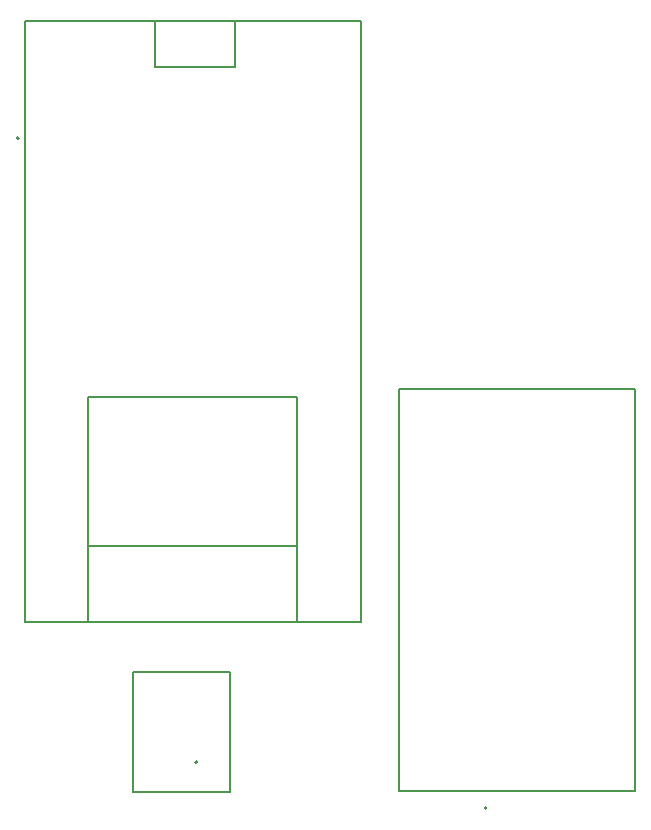
<source format=gbr>
%TF.GenerationSoftware,Altium Limited,Altium Designer,22.1.2 (22)*%
G04 Layer_Color=16711935*
%FSLAX26Y26*%
%MOIN*%
%TF.SameCoordinates,3D441875-7E2E-40EE-9B33-20ED1D9A15A1*%
%TF.FilePolarity,Positive*%
%TF.FileFunction,Other,Mechanical_13*%
%TF.Part,Single*%
G01*
G75*
%TA.AperFunction,NonConductor*%
%ADD34C,0.007874*%
%ADD35C,0.005000*%
D34*
X1159291Y3405827D02*
G03*
X1159291Y3405827I-3937J0D01*
G01*
X2717638Y1173614D02*
G03*
X2717638Y1173614I-3937J0D01*
G01*
X1753937Y1325000D02*
G03*
X1753937Y1325000I-3937J0D01*
G01*
D35*
X1613583Y3644803D02*
Y3797953D01*
Y3644803D02*
X1877795D01*
Y3797953D01*
X1389213Y2047559D02*
X2085669D01*
Y1792047D02*
Y2047559D01*
Y2544803D01*
X1389213D02*
X2085669D01*
X1389213Y2047559D02*
Y2544803D01*
Y1792047D02*
Y2047559D01*
X2085669Y1792047D02*
X2300236D01*
X1389213D02*
X2085669D01*
X1177795D02*
X1389213D01*
X2300236D02*
Y3797953D01*
X1177795Y1792047D02*
Y3797953D01*
X1877795D02*
X2300236D01*
X1613583D02*
X1877795D01*
X1177795D02*
X1613583D01*
X3213701Y1230709D02*
Y2569291D01*
X2426299D02*
X3213701D01*
X2426299Y1230709D02*
Y2569291D01*
Y1230709D02*
X3213701D01*
X1538583Y1225000D02*
Y1625000D01*
X1861417D01*
Y1225000D02*
Y1625000D01*
X1538583Y1225000D02*
X1861417D01*
%TF.MD5,511ffac390073f13093827762873157e*%
M02*

</source>
